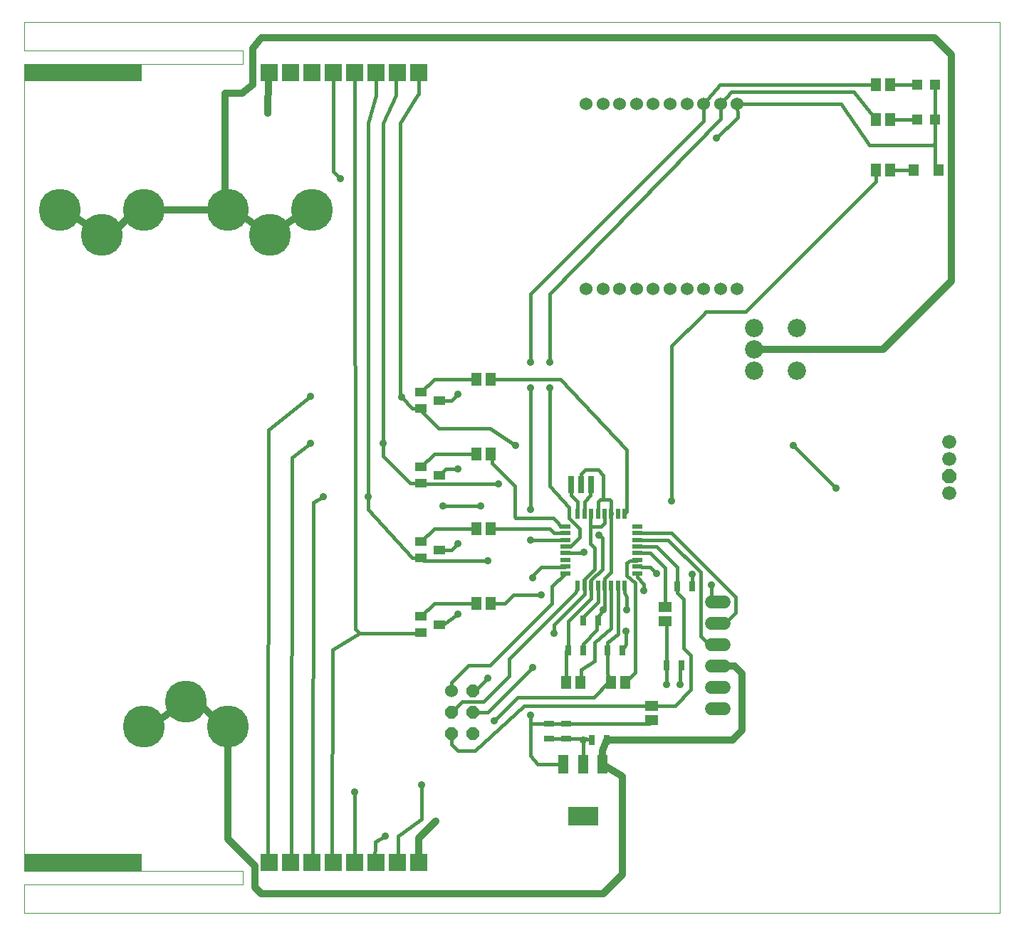
<source format=gtl>
G75*
G70*
%OFA0B0*%
%FSLAX24Y24*%
%IPPOS*%
%LPD*%
%AMOC8*
5,1,8,0,0,1.08239X$1,22.5*
%
%ADD10C,0.0000*%
%ADD11R,0.5512X0.0787*%
%ADD12R,0.0591X0.0512*%
%ADD13R,0.0315X0.0472*%
%ADD14R,0.0472X0.0315*%
%ADD15C,0.0600*%
%ADD16OC8,0.0600*%
%ADD17R,0.0220X0.0500*%
%ADD18R,0.0500X0.0220*%
%ADD19R,0.0480X0.0880*%
%ADD20R,0.1417X0.0866*%
%ADD21C,0.0600*%
%ADD22R,0.0472X0.0551*%
%ADD23R,0.0512X0.0591*%
%ADD24R,0.0787X0.0787*%
%ADD25C,0.1969*%
%ADD26C,0.0860*%
%ADD27R,0.0551X0.0394*%
%ADD28R,0.0472X0.0472*%
%ADD29C,0.0660*%
%ADD30OC8,0.0660*%
%ADD31R,0.0315X0.0827*%
%ADD32C,0.0320*%
%ADD33C,0.0356*%
%ADD34C,0.0160*%
%ADD35C,0.0100*%
D10*
X000180Y000180D02*
X000180Y001519D01*
X010416Y001519D01*
X010416Y002149D01*
X000180Y002149D01*
X000180Y039944D01*
X010416Y039944D01*
X010416Y040574D01*
X000180Y040574D01*
X000180Y041912D01*
X045849Y041912D01*
X045849Y000180D01*
X000180Y000180D01*
D11*
X002936Y002542D03*
X002936Y039550D03*
D12*
X030180Y014515D03*
X030180Y013845D03*
X029530Y009865D03*
X029530Y009195D03*
D13*
X027434Y008280D03*
X026726Y008280D03*
X030226Y011780D03*
X030934Y011780D03*
X028184Y012480D03*
X027476Y012480D03*
X026334Y012480D03*
X025626Y012480D03*
X026326Y013880D03*
X027034Y013880D03*
X030726Y015480D03*
X031434Y015480D03*
D14*
X025530Y009034D03*
X025530Y008326D03*
X024730Y008326D03*
X024730Y009034D03*
D15*
X020180Y010580D03*
X026467Y029399D03*
X027255Y029399D03*
X028042Y029399D03*
X028830Y029399D03*
X029617Y029399D03*
X030404Y029399D03*
X031192Y029399D03*
X031979Y029399D03*
X032767Y029399D03*
X033554Y029399D03*
X033554Y038061D03*
X032767Y038061D03*
X031979Y038061D03*
X031192Y038061D03*
X030404Y038061D03*
X029617Y038061D03*
X028830Y038061D03*
X028042Y038061D03*
X027255Y038061D03*
X026467Y038061D03*
D16*
X021180Y010580D03*
X021180Y009580D03*
X021180Y008580D03*
X020180Y008580D03*
X020180Y009580D03*
D17*
X026078Y015490D03*
X026393Y015490D03*
X026708Y015490D03*
X027023Y015490D03*
X027337Y015490D03*
X027652Y015490D03*
X027967Y015490D03*
X028282Y015490D03*
X028282Y018870D03*
X027967Y018870D03*
X027652Y018870D03*
X027337Y018870D03*
X027023Y018870D03*
X026708Y018870D03*
X026393Y018870D03*
X026078Y018870D03*
D18*
X025490Y018282D03*
X025490Y017967D03*
X025490Y017652D03*
X025490Y017337D03*
X025490Y017023D03*
X025490Y016708D03*
X025490Y016393D03*
X025490Y016078D03*
X028870Y016078D03*
X028870Y016393D03*
X028870Y016708D03*
X028870Y017023D03*
X028870Y017337D03*
X028870Y017652D03*
X028870Y017967D03*
X028870Y018282D03*
D19*
X027240Y007150D03*
X026330Y007150D03*
X025420Y007150D03*
D20*
X026330Y004710D03*
D21*
X032330Y009730D02*
X032930Y009730D01*
X032930Y010730D02*
X032330Y010730D01*
X032330Y011730D02*
X032930Y011730D01*
X032930Y012730D02*
X032330Y012730D01*
X032330Y013730D02*
X032930Y013730D01*
X032930Y014730D02*
X032330Y014730D01*
D22*
X041789Y034980D03*
X042971Y034980D03*
D23*
X040715Y034980D03*
X040045Y034980D03*
X040045Y037330D03*
X040715Y037330D03*
X040715Y038980D03*
X040045Y038980D03*
X022015Y025180D03*
X021345Y025180D03*
X021345Y021680D03*
X022015Y021680D03*
X022015Y018180D03*
X021345Y018180D03*
X021345Y014680D03*
X022015Y014680D03*
X025545Y010980D03*
X026215Y010980D03*
X027645Y010980D03*
X028315Y010980D03*
D24*
X018641Y002542D03*
X017641Y002542D03*
X016641Y002542D03*
X015641Y002542D03*
X014641Y002542D03*
X013641Y002542D03*
X012641Y002542D03*
X011641Y002542D03*
X011641Y039550D03*
X012641Y039550D03*
X013641Y039550D03*
X014641Y039550D03*
X015641Y039550D03*
X016641Y039550D03*
X017641Y039550D03*
X018641Y039550D03*
D25*
X013645Y033115D03*
X011676Y031934D03*
X009708Y033115D03*
X005771Y033115D03*
X003802Y031934D03*
X001834Y033115D03*
X007739Y010068D03*
X005771Y008887D03*
X009708Y008887D03*
D26*
X034330Y025580D03*
X034330Y026580D03*
X034330Y027580D03*
X036330Y027580D03*
X036330Y025580D03*
D27*
X019613Y024180D03*
X018747Y023806D03*
X018747Y024554D03*
X018747Y021054D03*
X018747Y020306D03*
X019613Y020680D03*
X018747Y017554D03*
X018747Y016806D03*
X019613Y017180D03*
X018747Y014054D03*
X018747Y013306D03*
X019613Y013680D03*
D28*
X041967Y037330D03*
X042793Y037330D03*
X042793Y038980D03*
X041967Y038980D03*
D29*
X043487Y022246D03*
X043487Y021446D03*
X043487Y019846D03*
D30*
X043487Y020646D03*
D31*
X026702Y020230D03*
X026230Y020230D03*
X025758Y020230D03*
D32*
X034330Y026580D02*
X040380Y026580D01*
X043580Y029780D01*
X043580Y040380D01*
X042780Y041180D01*
X011280Y041180D01*
X010880Y040680D01*
X010880Y038980D01*
X010380Y038580D01*
X009580Y038580D01*
X009580Y032780D01*
X009780Y032580D01*
X009780Y032794D01*
X009708Y033115D01*
X010495Y032722D01*
X011676Y031934D01*
X012857Y032722D01*
X013645Y033115D01*
X009780Y032980D02*
X009780Y032794D01*
X009708Y033115D02*
X005771Y033115D01*
X005022Y032722D01*
X004080Y031780D01*
X004041Y031780D01*
X003802Y031934D01*
X002621Y032722D01*
X001834Y033115D01*
X011580Y037630D02*
X011591Y039291D01*
X011641Y039550D01*
X032630Y011730D02*
X033430Y011730D01*
X033780Y011380D01*
X033780Y008730D01*
X033326Y008276D01*
X030526Y008276D01*
X027434Y008280D01*
X027240Y007786D01*
X027240Y007150D01*
X027260Y007080D01*
X027330Y007080D01*
X028180Y006580D01*
X028180Y001980D01*
X027280Y001080D01*
X011280Y001080D01*
X010980Y001380D01*
X010980Y002380D01*
X009708Y003652D01*
X009708Y008887D01*
X009607Y009180D01*
X009180Y009180D01*
X007898Y010462D01*
X007739Y010068D01*
X006558Y009281D01*
X005771Y008887D01*
X018630Y003680D02*
X018630Y002630D01*
X018641Y002542D01*
X018630Y003680D02*
X019430Y004480D01*
D33*
X019430Y004480D03*
X018780Y006180D03*
X017080Y003780D03*
X015630Y005830D03*
X021880Y011180D03*
X023880Y009430D03*
X022180Y009180D03*
X023980Y011680D03*
X024980Y013280D03*
X024380Y015080D03*
X023980Y015880D03*
X023880Y017630D03*
X023880Y019080D03*
X022380Y020280D03*
X021530Y019230D03*
X019780Y019230D03*
X020480Y017480D03*
X021880Y016680D03*
X020480Y014180D03*
X026380Y017080D03*
X027080Y017880D03*
X029780Y016080D03*
X029180Y015280D03*
X028380Y014380D03*
X027280Y014380D03*
X028330Y013380D03*
X030230Y010880D03*
X030880Y010880D03*
X026330Y008280D03*
X032330Y015530D03*
X031430Y016030D03*
X030480Y019480D03*
X036180Y022080D03*
X038180Y020080D03*
X024780Y024780D03*
X023880Y024780D03*
X023880Y025980D03*
X024780Y025980D03*
X023180Y022080D03*
X020480Y020980D03*
X016980Y022180D03*
X017830Y024330D03*
X020480Y024480D03*
X016280Y019680D03*
X014180Y019680D03*
X013580Y022180D03*
X013580Y024380D03*
X014980Y034580D03*
X011580Y037630D03*
X032580Y036480D03*
D34*
X033580Y037437D01*
X033554Y038061D01*
X038399Y038061D01*
X039730Y036130D01*
X042693Y036130D01*
X042793Y036230D01*
X042793Y035157D01*
X041789Y034980D02*
X040715Y034980D01*
X040045Y034980D02*
X040045Y034445D01*
X033930Y028330D01*
X032080Y028330D01*
X031955Y028205D01*
X030480Y026730D01*
X030480Y019480D01*
X030480Y017980D02*
X028883Y017980D01*
X028870Y017652D02*
X030308Y017652D01*
X031830Y016130D01*
X031830Y013130D01*
X032230Y012730D01*
X032630Y012730D01*
X032630Y013730D02*
X032980Y013730D01*
X033480Y014230D01*
X033480Y014980D01*
X030480Y017980D01*
X029773Y017337D02*
X030730Y016380D01*
X030730Y015480D01*
X030726Y015480D01*
X030726Y015184D01*
X031030Y014880D01*
X031030Y012580D01*
X031380Y012230D01*
X031380Y010630D01*
X030630Y009880D01*
X029880Y009880D01*
X029865Y009865D01*
X029530Y009865D01*
X029880Y009880D02*
X023580Y009880D01*
X021280Y007780D01*
X020480Y007780D01*
X020180Y008080D01*
X020180Y008580D01*
X020180Y009580D02*
X020680Y010080D01*
X021680Y010080D01*
X022880Y011280D01*
X022880Y012080D01*
X025980Y015180D01*
X026080Y015392D01*
X026078Y015490D01*
X026380Y015503D02*
X026380Y015780D01*
X026880Y016280D01*
X026880Y017280D01*
X026680Y017480D01*
X026680Y018280D01*
X027180Y018280D01*
X027337Y018437D01*
X027337Y018870D01*
X027023Y018870D02*
X027023Y019423D01*
X027130Y019530D01*
X027330Y019530D01*
X027280Y019580D01*
X027280Y020680D01*
X027030Y020930D01*
X026430Y020930D01*
X026230Y020730D01*
X026230Y020230D01*
X025780Y020208D02*
X025758Y020230D01*
X025780Y020208D02*
X025780Y019730D01*
X026078Y019432D01*
X026078Y018870D01*
X026393Y018870D02*
X026393Y019443D01*
X026680Y019730D01*
X026680Y020208D01*
X026702Y020230D01*
X027330Y019530D02*
X027580Y019530D01*
X027652Y019458D01*
X027652Y018870D01*
X027652Y016152D01*
X027330Y015830D01*
X027330Y015497D01*
X027337Y015490D01*
X027330Y015497D02*
X027330Y014430D01*
X027280Y014380D01*
X027280Y014330D01*
X027030Y014080D01*
X027030Y013730D01*
X027034Y013880D01*
X027030Y013730D02*
X026980Y013680D01*
X026980Y013430D01*
X026334Y012784D01*
X026334Y012480D01*
X026880Y012830D02*
X026880Y011980D01*
X026230Y011580D01*
X026230Y010995D01*
X026215Y010980D01*
X025545Y010980D02*
X025530Y010995D01*
X025530Y010930D01*
X025534Y012434D01*
X025626Y012480D01*
X025630Y012584D01*
X025630Y013830D01*
X026708Y014908D01*
X026708Y015490D01*
X026708Y015758D01*
X027230Y016280D01*
X027230Y017730D01*
X027080Y017880D01*
X026680Y018280D02*
X026680Y018842D01*
X026180Y018180D02*
X025680Y018680D01*
X025680Y019180D01*
X024780Y020180D01*
X024780Y024780D01*
X025280Y025180D02*
X028380Y021880D01*
X028380Y018968D01*
X028282Y018870D01*
X027680Y018898D02*
X027680Y018880D01*
X027680Y018898D02*
X027652Y018870D01*
X028870Y017337D02*
X029773Y017337D01*
X029487Y017023D02*
X030180Y016330D01*
X030180Y014515D01*
X030226Y013800D02*
X030226Y011780D01*
X030226Y010926D01*
X030230Y010880D01*
X030880Y010880D02*
X030880Y011726D01*
X030934Y011780D01*
X028780Y011445D02*
X028315Y010980D01*
X028780Y011445D02*
X028780Y015630D01*
X028380Y015980D01*
X028380Y016580D01*
X028530Y016680D01*
X028842Y016680D01*
X028870Y017023D02*
X029487Y017023D01*
X029480Y016380D02*
X029057Y016380D01*
X028870Y016078D02*
X028870Y015890D01*
X029180Y015580D01*
X029180Y015280D01*
X028380Y014980D02*
X028380Y014380D01*
X028380Y014980D02*
X028280Y015180D01*
X028280Y015192D02*
X028282Y015490D01*
X027967Y015490D02*
X027967Y013243D01*
X027480Y012830D01*
X027480Y012534D01*
X027476Y012480D01*
X027484Y012434D01*
X027480Y011380D01*
X027630Y010995D01*
X027545Y010995D01*
X026830Y010280D01*
X023280Y010280D01*
X022180Y009180D01*
X021880Y009580D02*
X023980Y011680D01*
X024980Y013280D02*
X024980Y013680D01*
X026393Y015093D01*
X026393Y015490D01*
X027023Y015490D02*
X027030Y015490D01*
X027030Y014730D01*
X026930Y014630D01*
X026330Y014034D01*
X026326Y013880D01*
X027280Y014380D02*
X027326Y014426D01*
X027652Y013502D02*
X026880Y012830D01*
X027652Y013502D02*
X027652Y015490D01*
X026323Y017023D02*
X026380Y017080D01*
X026323Y017023D02*
X025490Y017023D01*
X025737Y017337D02*
X026180Y017780D01*
X026180Y018180D01*
X025490Y017967D02*
X025477Y017980D01*
X024980Y017980D01*
X024780Y018180D01*
X022015Y018180D01*
X021345Y018180D02*
X019373Y018180D01*
X018747Y017554D01*
X018747Y016806D02*
X018354Y016806D01*
X016280Y019080D01*
X016280Y019680D01*
X016280Y037180D01*
X016630Y038480D01*
X016641Y039550D01*
X017580Y039468D02*
X017580Y038480D01*
X016980Y037180D01*
X016980Y022180D01*
X016980Y021580D01*
X018254Y020306D01*
X018747Y020306D01*
X018773Y020280D02*
X022380Y020280D01*
X023130Y020180D02*
X022080Y021230D01*
X022080Y021480D01*
X021345Y021680D02*
X019373Y021680D01*
X018747Y021054D01*
X019613Y020680D02*
X019913Y020980D01*
X020480Y020980D01*
X019780Y019230D02*
X021530Y019230D01*
X023130Y018730D02*
X023130Y020180D01*
X023880Y019080D02*
X023880Y024780D01*
X023880Y025980D02*
X023880Y029180D01*
X031979Y037279D01*
X031979Y038061D01*
X031979Y038079D01*
X032730Y038980D01*
X039980Y038980D01*
X040080Y038880D01*
X040715Y038980D02*
X041967Y038980D01*
X042793Y038980D02*
X042793Y037330D01*
X042793Y036230D01*
X041967Y037330D02*
X040715Y037330D01*
X040045Y037330D02*
X038995Y038630D01*
X033280Y038630D01*
X032767Y038067D01*
X032767Y038061D01*
X032767Y037367D01*
X024780Y029180D01*
X024780Y025980D01*
X025280Y025180D02*
X022015Y025180D01*
X021345Y025180D02*
X019373Y025180D01*
X018747Y024554D01*
X018747Y023806D02*
X018354Y023806D01*
X017830Y024330D01*
X017780Y024380D02*
X017780Y037168D01*
X018580Y038480D01*
X018641Y038541D02*
X018641Y039550D01*
X015641Y039469D02*
X015630Y038380D01*
X015680Y013480D01*
X015880Y013280D01*
X018721Y013280D01*
X018747Y014054D02*
X019373Y014680D01*
X021345Y014680D01*
X022015Y014680D02*
X022680Y014680D01*
X023080Y015080D01*
X024380Y015080D01*
X024880Y015468D02*
X024880Y014680D01*
X021980Y011780D01*
X020980Y011780D01*
X020180Y010980D01*
X020180Y010580D01*
X021180Y010580D02*
X021280Y010580D01*
X021880Y011180D01*
X021880Y009580D02*
X021180Y009580D01*
X023880Y009430D02*
X023880Y009030D01*
X023884Y009034D01*
X024730Y009034D01*
X025530Y009034D01*
X029434Y009034D01*
X029580Y009180D01*
X029545Y009180D01*
X029530Y009195D01*
X027645Y010980D02*
X027630Y010995D01*
X028184Y012480D02*
X028334Y012776D01*
X028330Y013380D01*
X030730Y015430D02*
X030730Y015480D01*
X031434Y015480D02*
X031434Y016026D01*
X031430Y016030D01*
X032330Y015530D02*
X032330Y015030D01*
X032630Y014730D01*
X029780Y016080D02*
X029480Y016380D01*
X025490Y016078D02*
X024880Y015468D01*
X023980Y015880D02*
X023980Y015980D01*
X024380Y016380D01*
X025477Y016380D01*
X025418Y017630D02*
X025490Y017652D01*
X025418Y017630D02*
X023880Y017630D01*
X023180Y018680D02*
X023130Y018730D01*
X023180Y018680D02*
X024930Y018680D01*
X025180Y018430D01*
X025278Y018282D01*
X021880Y016680D02*
X018873Y016680D01*
X019613Y017180D02*
X020180Y017180D01*
X020480Y017480D01*
X020480Y014180D02*
X019780Y013680D01*
X015880Y013280D02*
X014591Y012491D01*
X014580Y002680D01*
X013680Y002780D02*
X013691Y019391D01*
X014180Y019680D01*
X012691Y021491D02*
X013580Y022180D01*
X012691Y021491D02*
X012680Y002780D01*
X011580Y002580D02*
X011591Y022791D01*
X013580Y024380D01*
X018747Y023713D02*
X019580Y022880D01*
X021980Y022880D01*
X023180Y022080D01*
X020480Y024480D02*
X020180Y024180D01*
X019613Y024180D01*
X014980Y034580D02*
X014641Y034919D01*
X014641Y039550D01*
X036180Y022080D02*
X038180Y020080D01*
X026726Y008280D02*
X026430Y008334D01*
X026330Y008280D01*
X026330Y007150D01*
X025420Y007150D02*
X025380Y007140D01*
X024220Y007130D01*
X023880Y007530D01*
X023880Y009030D01*
X024730Y008326D02*
X025530Y008326D01*
X026430Y008334D01*
X018780Y006180D02*
X018780Y004580D01*
X017680Y003780D01*
X017680Y002553D01*
X016580Y002580D02*
X016591Y003491D01*
X017080Y003780D01*
X015630Y002780D02*
X015530Y002680D01*
X015641Y002569D01*
X015641Y002542D01*
X015630Y002780D02*
X015630Y005830D01*
D35*
X014580Y002680D02*
X014641Y002619D01*
X014641Y002542D01*
X013680Y002780D02*
X013641Y002741D01*
X013641Y002542D01*
X012680Y002780D02*
X012641Y002741D01*
X012641Y002542D01*
X011641Y002542D02*
X011618Y002542D01*
X011580Y002580D01*
X016580Y002580D02*
X016618Y002542D01*
X016641Y002542D01*
X017641Y002542D02*
X017680Y002553D01*
X018721Y013280D02*
X018747Y013306D01*
X019613Y013680D02*
X019780Y013680D01*
X021345Y014680D02*
X021445Y014580D01*
X021480Y014580D01*
X021380Y014680D01*
X021345Y014680D01*
X018873Y016680D02*
X018747Y016806D01*
X018773Y020280D02*
X018747Y020306D01*
X022080Y021480D02*
X022080Y021615D01*
X022015Y021680D01*
X018747Y023713D02*
X018747Y023806D01*
X017830Y024330D02*
X017780Y024380D01*
X025278Y018282D02*
X025490Y018282D01*
X025490Y017337D02*
X025737Y017337D01*
X025490Y016393D02*
X025477Y016380D01*
X026380Y015503D02*
X026393Y015490D01*
X028280Y015192D02*
X028280Y015180D01*
X028870Y016393D02*
X029057Y016380D01*
X028842Y016680D02*
X028870Y016708D01*
X028870Y017967D02*
X028883Y017980D01*
X026708Y018870D02*
X026680Y018842D01*
X030180Y013845D02*
X030226Y013800D01*
X039945Y034880D02*
X040045Y034980D01*
X042793Y035157D02*
X042971Y034980D01*
X018641Y038541D02*
X018580Y038480D01*
X017580Y039468D02*
X017641Y039550D01*
X015641Y039550D02*
X015641Y039469D01*
M02*

</source>
